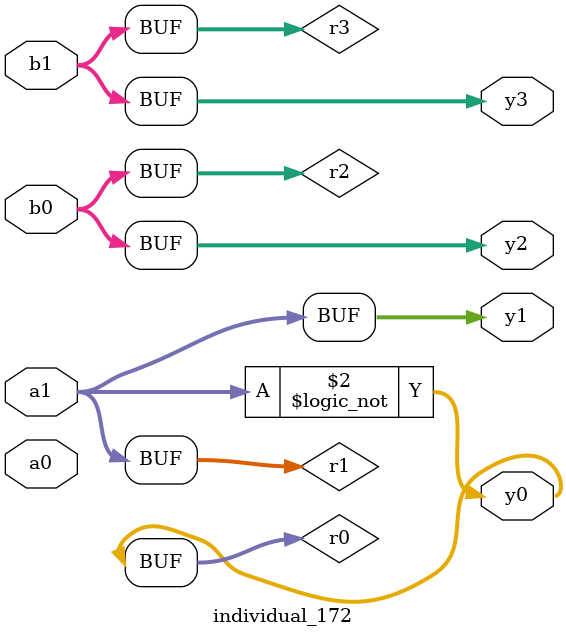
<source format=sv>
module individual_172(input logic [15:0] a1, input logic [15:0] a0, input logic [15:0] b1, input logic [15:0] b0, output logic [15:0] y3, output logic [15:0] y2, output logic [15:0] y1, output logic [15:0] y0);
logic [15:0] r0, r1, r2, r3; 
 always@(*) begin 
	 r0 = a0; r1 = a1; r2 = b0; r3 = b1; 
 	 r0 = ! a1 ;
 	 y3 = r3; y2 = r2; y1 = r1; y0 = r0; 
end
endmodule
</source>
